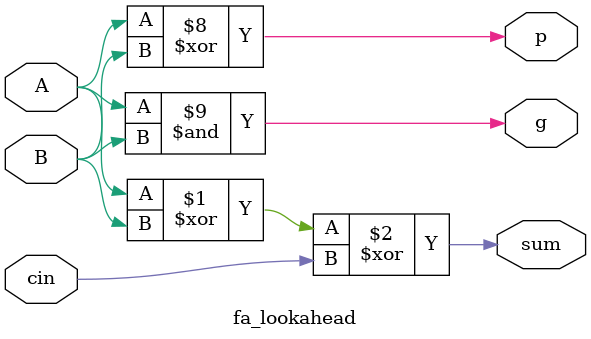
<source format=sv>
module carry_lookahead
(
	input logic[15:0] A, B,
	output logic[15:0] Sum,
	output logic CO
);
logic pg0, gg0, pg4, gg4, pg8, gg8, pg12, gg12;
logic c4, c8, c12;
carry_four_bit ca0(.A(A[3:0]), .B(B[3:0]), .cin(0), .pg(pg0), .gg(gg0), .sum(Sum[3:0]));
assign c4 = gg0;
carry_four_bit ca1(.A(A[7:4]), .B(B[7:4]), .cin(c4), .pg(pg4), .gg(gg4), .sum(Sum[7:4]));
assign c8 = gg4 | gg0 & pg4;
carry_four_bit ca2(.A(A[11:8]), .B(B[11:8]), .cin(c8), .pg(pg8), .gg(gg8), .sum(Sum[11:8]));
assign c12 = gg8 | gg4 & pg8 | gg0 & pg8 & pg4;
carry_four_bit ca3(.A(A[15:12]), .B(B[15:12]), .cin(c12), .pg(pg12), .gg(gg12), .sum(Sum[15:12]));
assign CO = gg12 | gg8 & pg12 | gg4 & pg12 & pg8 | gg0 & pg12 & pg8 & pg4;

endmodule

module carry_four_bit
(
	input[3:0] A, B,
	input cin,
	output logic pg, gg,
	output logic[3:0] sum
);
logic p0, p1, p2, g0, g1, g2, c1, c2, c3;
fa_lookahead fa0(.A(A[0]), .B(B[0]), .cin(cin), .sum(sum[0]), .p(p0), .g(g0));
assign c1 = cin & p0 | g0;
fa_lookahead fa1(.A(A[1]), .B(B[1]), .cin(c1), .sum(sum[1]), .p(p1), .g(g1));
assign c2 = cin & p0 & p1 | g0 & p1 | g1;
fa_lookahead fa2(.A(A[2]), .B(B[2]), .cin(c2), .sum(sum[2]), .p(p2), .g(g2));
assign c3 = cin & p0 & p1 & p2 | g0 & p1 & p2 | g1 & p2 | g2;
fa_lookahead fa3(.A(A[3]), .B(B[3]), .cin(c3), .sum(sum[3]), .p(p3), .g(g3));

assign pg = p0 & p1 & p2 & p3;
assign gg = g3 | g2 & p3 | g1 & p3 & p2 | g0 & p3 & p2 & p1;

endmodule

module fa_lookahead
(
	input A, B,
	input cin,
	output logic sum, p, g
);

assign sum = A ^ B ^ cin;
assign cout = (A&B) | (A&cin) | (cin&B);
assign p = A ^ B;
assign g = A & B;

endmodule

</source>
